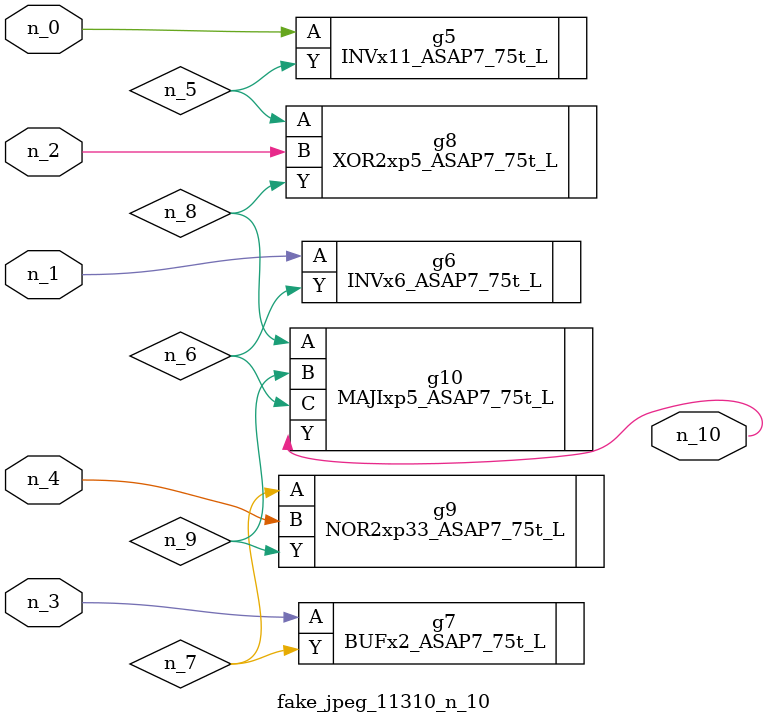
<source format=v>
module fake_jpeg_11310_n_10 (n_3, n_2, n_1, n_0, n_4, n_10);

input n_3;
input n_2;
input n_1;
input n_0;
input n_4;

output n_10;

wire n_8;
wire n_9;
wire n_6;
wire n_5;
wire n_7;

INVx11_ASAP7_75t_L g5 ( 
.A(n_0),
.Y(n_5)
);

INVx6_ASAP7_75t_L g6 ( 
.A(n_1),
.Y(n_6)
);

BUFx2_ASAP7_75t_L g7 ( 
.A(n_3),
.Y(n_7)
);

XOR2xp5_ASAP7_75t_L g8 ( 
.A(n_5),
.B(n_2),
.Y(n_8)
);

MAJIxp5_ASAP7_75t_L g10 ( 
.A(n_8),
.B(n_9),
.C(n_6),
.Y(n_10)
);

NOR2xp33_ASAP7_75t_L g9 ( 
.A(n_7),
.B(n_4),
.Y(n_9)
);


endmodule
</source>
